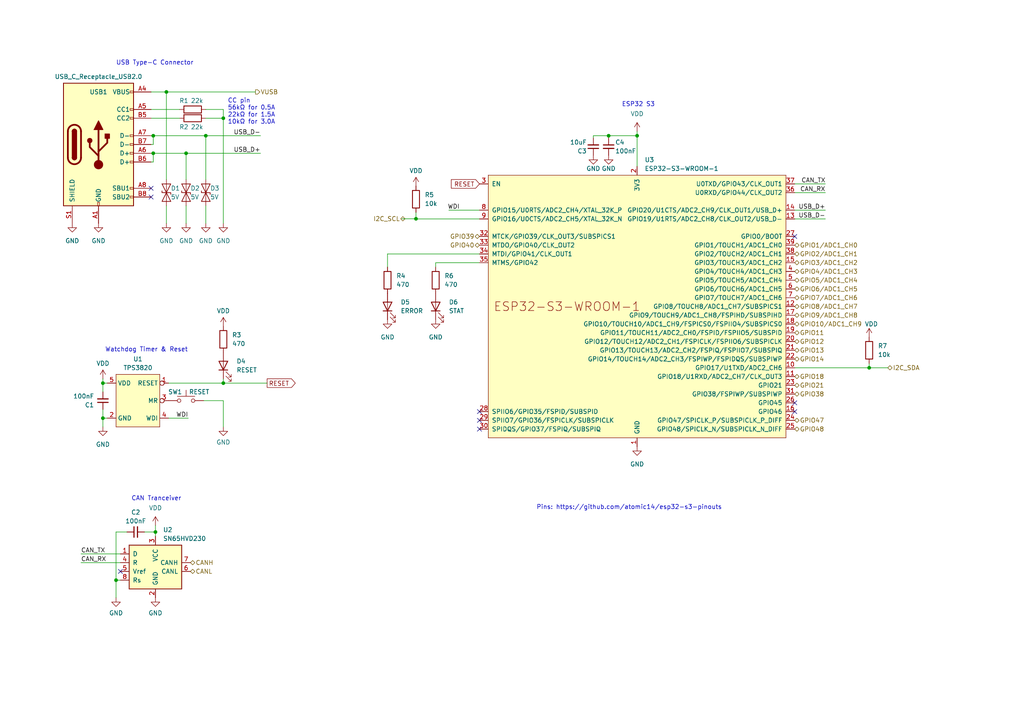
<source format=kicad_sch>
(kicad_sch (version 20231120) (generator "eeschema") (generator_version "8.0")
  (paper "A4")
  (lib_symbols
    (symbol "Connector:USB_C_Receptacle_USB2.0" (pin_names (offset 1.016))
      (property "Reference" "J" (at -10.16 19.05 0))
      (property "Value" "USB_C_Receptacle_USB2.0" (at 19.05 19.05 0))
      (symbol "USB_C_Receptacle_USB2.0_0_0"
        (rectangle (start -0.254 -17.78) (end 0.254 -16.764))
        (rectangle (start 10.16 -14.986) (end 9.144 -15.494))
        (rectangle (start 10.16 -12.446) (end 9.144 -12.954))
        (rectangle (start 10.16 -4.826) (end 9.144 -5.334))
        (rectangle (start 10.16 -2.286) (end 9.144 -2.794))
        (rectangle (start 10.16 0.254) (end 9.144 -0.254))
        (rectangle (start 10.16 2.794) (end 9.144 2.286))
        (rectangle (start 10.16 7.874) (end 9.144 7.366))
        (rectangle (start 10.16 10.414) (end 9.144 9.906))
        (rectangle (start 10.16 15.494) (end 9.144 14.986))
      )
      (symbol "USB_C_Receptacle_USB2.0_0_1"
        (rectangle (start -10.16 17.78) (end 10.16 -17.78) (stroke (width 0.254)) (fill (type background)))
        (arc (start -8.89 -3.81) (mid -6.985 -5.7067) (end -5.08 -3.81) (stroke (width 0.508)))
        (arc (start -7.62 -3.81) (mid -6.985 -4.4423) (end -6.35 -3.81) (stroke (width 0.254)))
        (arc (start -7.62 -3.81) (mid -6.985 -4.4423) (end -6.35 -3.81) (stroke (width 0.254)) (fill (type outline)))
        (rectangle (start -7.62 -3.81) (end -6.35 3.81) (stroke (width 0.254)) (fill (type outline)))
        (arc (start -6.35 3.81) (mid -6.985 4.4423) (end -7.62 3.81) (stroke (width 0.254)))
        (arc (start -6.35 3.81) (mid -6.985 4.4423) (end -7.62 3.81) (stroke (width 0.254)) (fill (type outline)))
        (arc (start -5.08 3.81) (mid -6.985 5.7067) (end -8.89 3.81) (stroke (width 0.508)))
        (circle (center -2.54 1.143) (radius 0.635) (stroke (width 0.254)) (fill (type outline)))
        (circle (center 0 -5.842) (radius 1.27) (fill (type outline)))
        (polyline (pts (xy -8.89 -3.81) (xy -8.89 3.81)) (stroke (width 0.508)))
        (polyline (pts (xy -5.08 3.81) (xy -5.08 -3.81)) (stroke (width 0.508)))
        (polyline (pts (xy 0 -5.842) (xy 0 4.318)) (stroke (width 0.508)))
        (polyline (pts (xy 0 -3.302) (xy -2.54 -0.762) (xy -2.54 0.508)) (stroke (width 0.508)))
        (polyline (pts (xy 0 -2.032) (xy 2.54 0.508) (xy 2.54 1.778)) (stroke (width 0.508)))
        (polyline (pts (xy -1.27 4.318) (xy 0 6.858) (xy 1.27 4.318) (xy -1.27 4.318)) (stroke (width 0.254)) (fill (type outline)))
        (rectangle (start 1.905 1.778) (end 3.175 3.048) (stroke (width 0.254)) (fill (type outline)))
      )
      (symbol "USB_C_Receptacle_USB2.0_1_1"
        (pin passive line (at 0 -22.86 90) (length 5.08) (name "GND") (number "A1"))
        (pin passive line (at 0 -22.86 90) (length 5.08) hide (name "GND") (number "A12"))
        (pin passive line (at 15.24 15.24 180) (length 5.08) (name "VBUS") (number "A4"))
        (pin bidirectional line (at 15.24 10.16 180) (length 5.08) (name "CC1") (number "A5"))
        (pin bidirectional line (at 15.24 -2.54 180) (length 5.08) (name "D+") (number "A6"))
        (pin bidirectional line (at 15.24 2.54 180) (length 5.08) (name "D-") (number "A7"))
        (pin bidirectional line (at 15.24 -12.7 180) (length 5.08) (name "SBU1") (number "A8"))
        (pin passive line (at 15.24 15.24 180) (length 5.08) hide (name "VBUS") (number "A9"))
        (pin passive line (at 0 -22.86 90) (length 5.08) hide (name "GND") (number "B1"))
        (pin passive line (at 0 -22.86 90) (length 5.08) hide (name "GND") (number "B12"))
        (pin passive line (at 15.24 15.24 180) (length 5.08) hide (name "VBUS") (number "B4"))
        (pin bidirectional line (at 15.24 7.62 180) (length 5.08) (name "CC2") (number "B5"))
        (pin bidirectional line (at 15.24 -5.08 180) (length 5.08) (name "D+") (number "B6"))
        (pin bidirectional line (at 15.24 0 180) (length 5.08) (name "D-") (number "B7"))
        (pin bidirectional line (at 15.24 -15.24 180) (length 5.08) (name "SBU2") (number "B8"))
        (pin passive line (at 15.24 15.24 180) (length 5.08) hide (name "VBUS") (number "B9"))
        (pin passive line (at -7.62 -22.86 90) (length 5.08) (name "SHIELD") (number "S1"))
      )
    )
    (symbol "Device:C_Small" (pin_numbers hide) (pin_names (offset 0.254) hide)
      (property "Reference" "C" (at 0.254 1.778 0))
      (property "Value" "C_Small" (at 0.254 -2.032 0))
      (symbol "C_Small_0_1"
        (polyline (pts (xy -1.524 -0.508) (xy 1.524 -0.508)) (stroke (width 0.3302)))
        (polyline (pts (xy -1.524 0.508) (xy 1.524 0.508)) (stroke (width 0.3048)))
      )
      (symbol "C_Small_1_1"
        (pin passive line (at 0 2.54 270) (length 2.032) (name "~") (number "1"))
        (pin passive line (at 0 -2.54 90) (length 2.032) (name "~") (number "2"))
      )
    )
    (symbol "Device:LED" (pin_numbers hide) (pin_names (offset 1.016) hide)
      (property "Reference" "D" (at 0 2.54 0))
      (property "Value" "LED" (at 0 -2.54 0))
      (symbol "LED_0_1"
        (polyline (pts (xy -1.27 -1.27) (xy -1.27 1.27)) (stroke (width 0.254)))
        (polyline (pts (xy -1.27 0) (xy 1.27 0)))
        (polyline (pts (xy 1.27 -1.27) (xy 1.27 1.27) (xy -1.27 0) (xy 1.27 -1.27)) (stroke (width 0.254)))
        (polyline (pts (xy -3.048 -0.762) (xy -4.572 -2.286) (xy -3.81 -2.286) (xy -4.572 -2.286) (xy -4.572 -1.524)))
        (polyline (pts (xy -1.778 -0.762) (xy -3.302 -2.286) (xy -2.54 -2.286) (xy -3.302 -2.286) (xy -3.302 -1.524)))
      )
      (symbol "LED_1_1"
        (pin passive line (at -3.81 0 0) (length 2.54) (name "K") (number "1"))
        (pin passive line (at 3.81 0 180) (length 2.54) (name "A") (number "2"))
      )
    )
    (symbol "Device:R" (pin_numbers hide) (pin_names (offset 0))
      (property "Reference" "R" (at 2.032 0 90))
      (property "Value" "R" (at 0 0 90))
      (symbol "R_0_1"
        (rectangle (start -1.016 -2.54) (end 1.016 2.54) (stroke (width 0.254)))
      )
      (symbol "R_1_1"
        (pin passive line (at 0 3.81 270) (length 1.27) (name "~") (number "1"))
        (pin passive line (at 0 -3.81 90) (length 1.27) (name "~") (number "2"))
      )
    )
    (symbol "Diode:ESD9B5.0ST5G" (pin_numbers hide) (pin_names (offset 1.016) hide)
      (property "Reference" "D" (at 0 2.54 0))
      (property "Value" "ESD9B5.0ST5G" (at 0 -2.54 0))
      (symbol "ESD9B5.0ST5G_0_1"
        (polyline (pts (xy 1.27 0) (xy -1.27 0)))
        (polyline (pts (xy -2.54 -1.27) (xy 0 0) (xy -2.54 1.27) (xy -2.54 -1.27)) (stroke (width 0.2032)))
        (polyline (pts (xy 0.508 1.27) (xy 0 1.27) (xy 0 -1.27) (xy -0.508 -1.27)) (stroke (width 0.2032)))
        (polyline (pts (xy 2.54 1.27) (xy 2.54 -1.27) (xy 0 0) (xy 2.54 1.27)) (stroke (width 0.2032)))
      )
      (symbol "ESD9B5.0ST5G_1_1"
        (pin passive line (at -3.81 0 0) (length 2.54) (name "A1") (number "1"))
        (pin passive line (at 3.81 0 180) (length 2.54) (name "A2") (number "2"))
      )
    )
    (symbol "Interface_CAN_LIN:SN65HVD230" (pin_names (offset 1.016))
      (property "Reference" "U" (at -2.54 10.16 0))
      (property "Value" "SN65HVD230" (at -2.54 7.62 0))
      (symbol "SN65HVD230_0_1"
        (rectangle (start -7.62 5.08) (end 7.62 -7.62) (stroke (width 0.254)) (fill (type background)))
      )
      (symbol "SN65HVD230_1_1"
        (pin input line (at -10.16 2.54 0) (length 2.54) (name "D") (number "1"))
        (pin power_in line (at 0 -10.16 90) (length 2.54) (name "GND") (number "2"))
        (pin power_in line (at 0 7.62 270) (length 2.54) (name "VCC") (number "3"))
        (pin output line (at -10.16 0 0) (length 2.54) (name "R") (number "4"))
        (pin output line (at -10.16 -2.54 0) (length 2.54) (name "Vref") (number "5"))
        (pin bidirectional line (at 10.16 -2.54 180) (length 2.54) (name "CANL") (number "6"))
        (pin bidirectional line (at 10.16 0 180) (length 2.54) (name "CANH") (number "7"))
        (pin input line (at -10.16 -5.08 0) (length 2.54) (name "Rs") (number "8"))
      )
    )
    (symbol "PCM_Espressif:ESP32-S3-WROOM-1" (pin_names (offset 1.016))
      (property "Reference" "U" (at -43.18 43.18 0))
      (property "Value" "ESP32-S3-WROOM-1" (at -43.18 40.64 0))
      (symbol "ESP32-S3-WROOM-1_0_0"
        (text "ESP32-S3-WROOM-1" (at -20.32 0 0) (effects (font (size 2.54 2.54))))
        (pin power_in line (at 0 -40.64 90) (length 2.54) (name "GND") (number "1"))
        (pin bidirectional line (at 45.72 -17.78 180) (length 2.54) (name "GPIO17/U1TXD/ADC2_CH6") (number "10"))
        (pin bidirectional line (at 45.72 -20.32 180) (length 2.54) (name "GPIO18/U1RXD/ADC2_CH7/CLK_OUT3") (number "11"))
        (pin bidirectional line (at 45.72 0 180) (length 2.54) (name "GPIO8/TOUCH8/ADC1_CH7/SUBSPICS1") (number "12"))
        (pin bidirectional line (at 45.72 25.4 180) (length 2.54) (name "GPIO19/U1RTS/ADC2_CH8/CLK_OUT2/USB_D-") (number "13"))
        (pin bidirectional line (at 45.72 27.94 180) (length 2.54) (name "GPIO20/U1CTS/ADC2_CH9/CLK_OUT1/USB_D+") (number "14"))
        (pin bidirectional line (at 45.72 12.7 180) (length 2.54) (name "GPIO3/TOUCH3/ADC1_CH2") (number "15"))
        (pin bidirectional line (at 45.72 -30.48 180) (length 2.54) (name "GPIO46") (number "16"))
        (pin bidirectional line (at 45.72 -2.54 180) (length 2.54) (name "GPIO9/TOUCH9/ADC1_CH8/FSPIHD/SUBSPIHD") (number "17"))
        (pin bidirectional line (at 45.72 -5.08 180) (length 2.54) (name "GPIO10/TOUCH10/ADC1_CH9/FSPICS0/FSPIIO4/SUBSPICS0") (number "18"))
        (pin bidirectional line (at 45.72 -7.62 180) (length 2.54) (name "GPIO11/TOUCH11/ADC2_CH0/FSPID/FSPIIO5/SUBSPID") (number "19"))
        (pin power_in line (at 0 40.64 270) (length 2.54) (name "3V3") (number "2"))
        (pin bidirectional line (at 45.72 -10.16 180) (length 2.54) (name "GPIO12/TOUCH12/ADC2_CH1/FSPICLK/FSPIIO6/SUBSPICLK") (number "20"))
        (pin bidirectional line (at 45.72 -12.7 180) (length 2.54) (name "GPIO13/TOUCH13/ADC2_CH2/FSPIQ/FSPIIO7/SUBSPIQ") (number "21"))
        (pin bidirectional line (at 45.72 -15.24 180) (length 2.54) (name "GPIO14/TOUCH14/ADC2_CH3/FSPIWP/FSPIDQS/SUBSPIWP") (number "22"))
        (pin bidirectional line (at 45.72 -22.86 180) (length 2.54) (name "GPIO21") (number "23"))
        (pin bidirectional line (at 45.72 -33.02 180) (length 2.54) (name "GPIO47/SPICLK_P/SUBSPICLK_P_DIFF") (number "24"))
        (pin bidirectional line (at 45.72 -35.56 180) (length 2.54) (name "GPIO48/SPICLK_N/SUBSPICLK_N_DIFF") (number "25"))
        (pin bidirectional line (at 45.72 -27.94 180) (length 2.54) (name "GPIO45") (number "26"))
        (pin bidirectional line (at 45.72 20.32 180) (length 2.54) (name "GPIO0/BOOT") (number "27"))
        (pin bidirectional line (at -45.72 -30.48 0) (length 2.54) (name "SPIIO6/GPIO35/FSPID/SUBSPID") (number "28"))
        (pin bidirectional line (at -45.72 -33.02 0) (length 2.54) (name "SPIIO7/GPIO36/FSPICLK/SUBSPICLK") (number "29"))
        (pin input line (at -45.72 35.56 0) (length 2.54) (name "EN") (number "3"))
        (pin bidirectional line (at -45.72 -35.56 0) (length 2.54) (name "SPIDQS/GPIO37/FSPIQ/SUBSPIQ") (number "30"))
        (pin bidirectional line (at 45.72 -25.4 180) (length 2.54) (name "GPIO38/FSPIWP/SUBSPIWP") (number "31"))
        (pin bidirectional line (at -45.72 20.32 0) (length 2.54) (name "MTCK/GPIO39/CLK_OUT3/SUBSPICS1") (number "32"))
        (pin bidirectional line (at -45.72 17.78 0) (length 2.54) (name "MTDO/GPIO40/CLK_OUT2") (number "33"))
        (pin bidirectional line (at -45.72 15.24 0) (length 2.54) (name "MTDI/GPIO41/CLK_OUT1") (number "34"))
        (pin bidirectional line (at -45.72 12.7 0) (length 2.54) (name "MTMS/GPIO42") (number "35"))
        (pin bidirectional line (at 45.72 33.02 180) (length 2.54) (name "U0RXD/GPIO44/CLK_OUT2") (number "36"))
        (pin bidirectional line (at 45.72 35.56 180) (length 2.54) (name "U0TXD/GPIO43/CLK_OUT1") (number "37"))
        (pin bidirectional line (at 45.72 15.24 180) (length 2.54) (name "GPIO2/TOUCH2/ADC1_CH1") (number "38"))
        (pin bidirectional line (at 45.72 17.78 180) (length 2.54) (name "GPIO1/TOUCH1/ADC1_CH0") (number "39"))
        (pin bidirectional line (at 45.72 10.16 180) (length 2.54) (name "GPIO4/TOUCH4/ADC1_CH3") (number "4"))
        (pin passive line (at 0 -40.64 90) (length 2.54) hide (name "GND") (number "40"))
        (pin passive line (at 0 -40.64 90) (length 2.54) hide (name "GND") (number "41"))
        (pin bidirectional line (at 45.72 7.62 180) (length 2.54) (name "GPIO5/TOUCH5/ADC1_CH4") (number "5"))
        (pin bidirectional line (at 45.72 5.08 180) (length 2.54) (name "GPIO6/TOUCH6/ADC1_CH5") (number "6"))
        (pin bidirectional line (at 45.72 2.54 180) (length 2.54) (name "GPIO7/TOUCH7/ADC1_CH6") (number "7"))
        (pin bidirectional line (at -45.72 27.94 0) (length 2.54) (name "GPIO15/U0RTS/ADC2_CH4/XTAL_32K_P") (number "8"))
        (pin bidirectional line (at -45.72 25.4 0) (length 2.54) (name "GPIO16/U0CTS/ADC2_CH5/XTAL_32K_N") (number "9"))
      )
      (symbol "ESP32-S3-WROOM-1_0_1"
        (rectangle (start -43.18 38.1) (end 43.18 -38.1) (fill (type background)))
      )
    )
    (symbol "Switch:SW_Push" (pin_numbers hide) (pin_names (offset 1.016) hide)
      (property "Reference" "SW" (at 1.27 2.54 0))
      (property "Value" "SW_Push" (at 0 -1.524 0))
      (symbol "SW_Push_0_1"
        (circle (center -2.032 0) (radius 0.508))
        (polyline (pts (xy 0 1.27) (xy 0 3.048)))
        (polyline (pts (xy 2.54 1.27) (xy -2.54 1.27)))
        (circle (center 2.032 0) (radius 0.508))
        (pin passive line (at -5.08 0 0) (length 2.54) (name "1") (number "1"))
        (pin passive line (at 5.08 0 180) (length 2.54) (name "2") (number "2"))
      )
    )
    (symbol "WOBCLibrary:TPS3820"
      (property "Reference" "U" (at 0 0 0))
      (property "Value" "TPS3820" (at 0 8.89 0))
      (symbol "TPS3820_1_1"
        (rectangle (start -6.35 7.62) (end 6.35 -7.62) (fill (type background)))
        (pin output inverted (at 8.89 5.08 180) (length 2.54) (name "RESET") (number "1"))
        (pin power_in line (at -8.89 -5.08 0) (length 2.54) (name "GND") (number "2"))
        (pin input inverted (at 8.89 0 180) (length 2.54) (name "MR") (number "3"))
        (pin input line (at 8.89 -5.08 180) (length 2.54) (name "WDI") (number "4"))
        (pin power_in line (at -8.89 5.08 0) (length 2.54) (name "VDD") (number "5"))
      )
    )
    (symbol "power:GND" (power) (pin_names (offset 0))
      (property "Value" "GND" (at 0 -3.81 0))
      (symbol "GND_0_1"
        (polyline (pts (xy 0 0) (xy 0 -1.27) (xy 1.27 -1.27) (xy 0 -2.54) (xy -1.27 -1.27) (xy 0 -1.27)))
      )
      (symbol "GND_1_1"
        (pin power_in line (at 0 0 270) (length 0) hide (name "GND") (number "1"))
      )
    )
    (symbol "power:VDD" (power) (pin_names (offset 0))
      (property "Value" "VDD" (at 0 3.81 0))
      (symbol "VDD_0_1"
        (polyline (pts (xy -0.762 1.27) (xy 0 2.54)))
        (polyline (pts (xy 0 0) (xy 0 2.54)))
        (polyline (pts (xy 0 2.54) (xy 0.762 1.27)))
      )
      (symbol "VDD_1_1"
        (pin power_in line (at 0 0 90) (length 0) hide (name "VDD") (number "1"))
      )
    )
  )
  (junction (at 45.085 154.305))
  (junction (at 176.53 39.37))
  (junction (at 59.69 39.37))
  (junction (at 44.45 44.45))
  (junction (at 29.845 111.125))
  (junction (at 53.975 44.45))
  (junction (at 29.845 121.285))
  (junction (at 252.095 106.675))
  (junction (at 120.65 63.4598))
  (junction (at 44.45 39.37))
  (junction (at 48.26 26.67))
  (junction (at 64.77 111.125))
  (junction (at 64.77 34.29))
  (junction (at 184.785 39.37))
  (junction (at 33.655 168.275))
  (no_connect (at 230.505 68.58))
  (no_connect (at 230.505 116.84))
  (no_connect (at 34.925 165.735))
  (no_connect (at 139.065 121.92))
  (no_connect (at 139.065 124.46))
  (no_connect (at 43.815 57.15))
  (no_connect (at 230.505 119.38))
  (no_connect (at 139.065 119.38))
  (no_connect (at 43.815 54.61))
  (wire (pts (xy 44.45 39.37) (xy 59.69 39.37)))
  (wire (pts (xy 112.395 73.66) (xy 112.395 77.47)))
  (wire (pts (xy 48.26 26.67) (xy 74.0972 26.67)))
  (wire (pts (xy 29.845 123.825) (xy 29.845 121.285)))
  (wire (pts (xy 23.495 163.195) (xy 34.925 163.195)))
  (wire (pts (xy 53.975 64.77) (xy 53.975 59.69)))
  (wire (pts (xy 43.815 39.37) (xy 44.45 39.37)))
  (wire (pts (xy 23.495 160.655) (xy 34.925 160.655)))
  (wire (pts (xy 33.655 168.275) (xy 34.925 168.275)))
  (wire (pts (xy 53.975 44.45) (xy 53.975 52.07)))
  (wire (pts (xy 43.815 46.99) (xy 44.45 46.99)))
  (wire (pts (xy 59.69 64.77) (xy 59.69 59.69)))
  (wire (pts (xy 112.395 73.66) (xy 139.065 73.66)))
  (wire (pts (xy 252.095 106.68) (xy 230.505 106.68)))
  (wire (pts (xy 29.845 111.125) (xy 31.115 111.125)))
  (wire (pts (xy 41.91 154.305) (xy 45.085 154.305)))
  (wire (pts (xy 48.26 26.67) (xy 43.815 26.67)))
  (wire (pts (xy 44.45 41.91) (xy 44.45 39.37)))
  (wire (pts (xy 59.69 31.75) (xy 64.77 31.75)))
  (wire (pts (xy 75.565 44.45) (xy 53.975 44.45)))
  (wire (pts (xy 239.395 60.96) (xy 230.505 60.96)))
  (wire (pts (xy 59.055 116.205) (xy 64.77 116.205)))
  (wire (pts (xy 44.45 46.99) (xy 44.45 44.45)))
  (wire (pts (xy 126.365 77.47) (xy 126.365 76.2)))
  (wire (pts (xy 230.505 53.34) (xy 239.395 53.34)))
  (wire (pts (xy 52.07 31.75) (xy 43.815 31.75)))
  (wire (pts (xy 43.815 41.91) (xy 44.45 41.91)))
  (wire (pts (xy 64.77 111.125) (xy 48.895 111.125)))
  (wire (pts (xy 64.77 31.75) (xy 64.77 34.29)))
  (wire (pts (xy 33.655 168.275) (xy 33.655 154.305)))
  (wire (pts (xy 29.845 118.745) (xy 29.845 121.285)))
  (wire (pts (xy 45.085 154.305) (xy 45.085 155.575)))
  (wire (pts (xy 252.095 105.41) (xy 252.095 106.675)))
  (wire (pts (xy 252.095 106.675) (xy 252.095 106.68)))
  (wire (pts (xy 77.47 111.125) (xy 64.77 111.125)))
  (wire (pts (xy 59.69 34.29) (xy 64.77 34.29)))
  (wire (pts (xy 54.61 121.285) (xy 48.895 121.285)))
  (wire (pts (xy 45.085 152.4) (xy 45.085 154.305)))
  (wire (pts (xy 29.845 121.285) (xy 31.115 121.285)))
  (wire (pts (xy 239.395 55.88) (xy 230.505 55.88)))
  (wire (pts (xy 64.77 116.205) (xy 64.77 123.825)))
  (wire (pts (xy 239.395 63.5) (xy 230.505 63.5)))
  (wire (pts (xy 64.77 109.855) (xy 64.77 111.125)))
  (wire (pts (xy 120.65 63.4598) (xy 120.65 63.5)))
  (wire (pts (xy 126.365 76.2) (xy 139.065 76.2)))
  (wire (pts (xy 130.175 60.96) (xy 139.065 60.96)))
  (wire (pts (xy 59.69 39.37) (xy 75.565 39.37)))
  (wire (pts (xy 120.65 63.5) (xy 139.065 63.5)))
  (wire (pts (xy 48.26 64.77) (xy 48.26 59.69)))
  (wire (pts (xy 59.69 39.37) (xy 59.69 52.07)))
  (wire (pts (xy 184.785 38.1) (xy 184.785 39.37)))
  (wire (pts (xy 53.975 44.45) (xy 44.45 44.45)))
  (wire (pts (xy 184.785 39.37) (xy 184.785 48.26)))
  (wire (pts (xy 29.845 111.125) (xy 29.845 113.665)))
  (wire (pts (xy 257.4891 106.675) (xy 252.095 106.675)))
  (wire (pts (xy 33.655 173.355) (xy 33.655 168.275)))
  (wire (pts (xy 184.785 39.37) (xy 176.53 39.37)))
  (wire (pts (xy 120.65 61.595) (xy 120.65 63.4598)))
  (wire (pts (xy 64.77 34.29) (xy 64.77 64.77)))
  (wire (pts (xy 29.845 109.855) (xy 29.845 111.125)))
  (wire (pts (xy 33.655 154.305) (xy 36.83 154.305)))
  (wire (pts (xy 172.085 40.005) (xy 172.085 39.37)))
  (wire (pts (xy 172.085 39.37) (xy 176.53 39.37)))
  (wire (pts (xy 176.53 39.37) (xy 176.53 40.005)))
  (wire (pts (xy 48.26 26.67) (xy 48.26 52.07)))
  (wire (pts (xy 116.5652 63.4598) (xy 120.65 63.4598)))
  (wire (pts (xy 44.45 44.45) (xy 43.815 44.45)))
  (wire (pts (xy 52.07 34.29) (xy 43.815 34.29)))
  (text "ESP32 S3" (at 180.34 31.115 0) (effects (font (size 1.27 1.27)) (justify left bottom)))
  (text "Watchdog Timer & Reset" (at 30.48 102.235 0) (effects (font (size 1.27 1.27)) (justify left bottom)))
  (text "CAN Tranceiver" (at 38.1 145.415 0) (effects (font (size 1.27 1.27)) (justify left bottom)))
  (text "Pins: https://github.com/atomic14/esp32-s3-pinouts" (at 155.575 147.955 0) (effects (font (size 1.27 1.27)) (justify left bottom)))
  (text "USB Type-C Connector" (at 33.655 19.05 0) (effects (font (size 1.27 1.27)) (justify left bottom)))
  (text "CC pin\n56kΩ for 0.5A\n22kΩ for 1.5A\n10kΩ for 3.0A" (at 66.04 36.195 0) (effects (font (size 1.27 1.27)) (justify left bottom)))
  (label "CAN_TX" (at 23.495 160.655 0))
  (label "USB_D-" (at 75.565 39.37 180))
  (label "CAN_TX" (at 232.41 53.34 0))
  (label "CAN_RX" (at 239.395 55.88 180))
  (label "USB_D+" (at 75.565 44.45 180))
  (label "WDI" (at 54.61 121.285 180))
  (label "USB_D-" (at 239.395 63.5 180))
  (label "USB_D+" (at 239.395 60.96 180))
  (label "CAN_RX" (at 23.495 163.195 0))
  (label "WDI" (at 133.35 60.96 180))
  (global_label "RESET" (shape output) (at 77.47 111.125 0) (property "Intersheetrefs" "${INTERSHEET_REFS}" (effects (hide yes))))
  (global_label "RESET" (shape input) (at 139.065 53.34 180) (property "Intersheetrefs" "${INTERSHEET_REFS}" (effects (hide yes))))
  (hierarchical_label "GPIO48" (shape bidirectional) (at 230.505 124.46 0))
  (hierarchical_label "GPIO18" (shape bidirectional) (at 230.505 109.22 0))
  (hierarchical_label "GPIO40" (shape bidirectional) (at 139.065 71.12 180))
  (hierarchical_label "GPIO13" (shape bidirectional) (at 230.505 101.6 0))
  (hierarchical_label "GPIO21" (shape bidirectional) (at 230.505 111.76 0))
  (hierarchical_label "GPIO12" (shape bidirectional) (at 230.505 99.06 0))
  (hierarchical_label "I2C_SDA" (shape bidirectional) (at 257.4891 106.675 0))
  (hierarchical_label "GPIO3{slash}ADC1_CH2" (shape bidirectional) (at 230.505 76.2 0))
  (hierarchical_label "GPIO8{slash}ADC1_CH7" (shape bidirectional) (at 230.505 88.9 0))
  (hierarchical_label "GPIO9{slash}ADC1_CH8" (shape bidirectional) (at 230.505 91.44 0))
  (hierarchical_label "GPIO2{slash}ADC1_CH1" (shape bidirectional) (at 230.505 73.66 0))
  (hierarchical_label "GPIO47" (shape bidirectional) (at 230.505 121.92 0))
  (hierarchical_label "CANL" (shape bidirectional) (at 55.245 165.735 0))
  (hierarchical_label "GPIO5{slash}ADC1_CH4" (shape bidirectional) (at 230.505 81.28 0))
  (hierarchical_label "CANH" (shape bidirectional) (at 55.245 163.195 0))
  (hierarchical_label "GPIO14" (shape bidirectional) (at 230.505 104.14 0))
  (hierarchical_label "GPIO4{slash}ADC1_CH3" (shape bidirectional) (at 230.505 78.74 0))
  (hierarchical_label "GPIO38" (shape bidirectional) (at 230.505 114.3 0))
  (hierarchical_label "I2C_SCL" (shape bidirectional) (at 117.475 63.4598 180))
  (hierarchical_label "GPIO1{slash}ADC1_CH0" (shape bidirectional) (at 230.505 71.12 0))
  (hierarchical_label "GPIO6{slash}ADC1_CH5" (shape bidirectional) (at 230.505 83.82 0))
  (hierarchical_label "GPIO10{slash}ADC1_CH9" (shape bidirectional) (at 230.505 93.98 0))
  (hierarchical_label "VUSB" (shape output) (at 74.0972 26.67 0))
  (hierarchical_label "GPIO39" (shape bidirectional) (at 139.065 68.58 180))
  (hierarchical_label "GPIO7{slash}ADC1_CH6" (shape bidirectional) (at 230.505 86.36 0))
  (hierarchical_label "GPIO11" (shape bidirectional) (at 230.505 96.52 0))
  (symbol (lib_id "power:GND") (at 29.845 123.825 0) (unit 1)
    (property "Reference" "#PWR04" (effects (hide yes)))
    (property "Value" "GND" (at 29.845 128.905 0))
  )
  (symbol (lib_id "power:VDD") (at 45.085 152.4 0) (unit 1)
    (property "Reference" "#PWR06" (effects (hide yes)))
    (property "Value" "VDD" (at 45.085 147.32 0))
  )
  (symbol (lib_id "power:VDD") (at 64.77 94.615 0) (unit 1)
    (property "Reference" "#PWR012" (effects (hide yes)))
    (property "Value" "VDD" (at 64.77 90.17 0))
  )
  (symbol (lib_id "PCM_Espressif:ESP32-S3-WROOM-1") (at 184.785 88.9 0) (unit 1)
    (property "Reference" "U3" (at 186.9791 46.355 0) (effects (justify left)))
    (property "Value" "ESP32-S3-WROOM-1" (at 186.9791 48.895 0) (effects (justify left)))
    (property "Footprint" "RF_Module:ESP32-S3-WROOM-1" (effects (hide yes)))
    (property "Datasheet" "https://www.espressif.com/sites/default/files/documentation/esp32-s3-wroom-1_wroom-1u_datasheet_en.pdf" (effects (hide yes)))
  )
  (symbol (lib_id "power:GND") (at 176.53 45.085 0) (unit 1)
    (property "Reference" "#PWR018" (effects (hide yes)))
    (property "Value" "GND" (at 176.53 48.895 0))
  )
  (symbol (lib_id "power:GND") (at 184.785 129.54 0) (unit 1)
    (property "Reference" "#PWR020" (effects (hide yes)))
    (property "Value" "GND" (at 184.785 134.62 0))
  )
  (symbol (lib_id "power:GND") (at 33.655 173.355 0) (unit 1)
    (property "Reference" "#PWR05" (effects (hide yes)))
    (property "Value" "GND" (at 33.655 177.8 0))
  )
  (symbol (lib_id "Device:R") (at 55.88 31.75 90) (unit 1)
    (property "Reference" "R1" (at 53.34 29.21 90))
    (property "Value" "22k" (at 57.15 29.21 90))
    (property "Footprint" "Resistor_SMD:R_0402_1005Metric" (effects (hide yes)))
    (property "LCSC" "C25768" (effects (hide yes)))
  )
  (symbol (lib_id "Device:R") (at 126.365 81.28 0) (unit 1)
    (property "Reference" "R6" (at 128.905 80.01 0) (effects (justify left)))
    (property "Value" "470" (at 128.905 82.55 0) (effects (justify left)))
    (property "Footprint" "Resistor_SMD:R_0402_1005Metric" (effects (hide yes)))
    (property "LCSC" "C25117" (effects (hide yes)))
  )
  (symbol (lib_id "Device:C_Small") (at 172.085 42.545 180) (unit 1)
    (property "Reference" "C3" (at 170.18 43.815 0) (effects (justify left)))
    (property "Value" "10uF" (at 170.18 41.275 0) (effects (justify left)))
    (property "Footprint" "Capacitor_SMD:C_0603_1608Metric" (effects (hide yes)))
    (property "LCSC" "C96446" (effects (hide yes)))
  )
  (symbol (lib_id "power:VDD") (at 184.785 38.1 0) (unit 1)
    (property "Reference" "#PWR019" (effects (hide yes)))
    (property "Value" "VDD" (at 184.785 33.02 0))
  )
  (symbol (lib_id "power:VDD") (at 252.095 97.79 0) (unit 1)
    (property "Reference" "#PWR021" (effects (hide yes)))
    (property "Value" "VDD" (at 252.73 93.98 0))
  )
  (symbol (lib_id "Device:R") (at 112.395 81.28 0) (unit 1)
    (property "Reference" "R4" (at 114.935 80.01 0) (effects (justify left)))
    (property "Value" "470" (at 114.935 82.55 0) (effects (justify left)))
    (property "Footprint" "Resistor_SMD:R_0402_1005Metric" (effects (hide yes)))
    (property "LCSC" "C25117" (effects (hide yes)))
  )
  (symbol (lib_id "power:GND") (at 64.77 123.825 0) (unit 1)
    (property "Reference" "#PWR013" (effects (hide yes)))
    (property "Value" "GND" (at 64.77 128.27 0))
  )
  (symbol (lib_id "WOBCLibrary:TPS3820") (at 40.005 116.205 0) (unit 1)
    (property "Reference" "U1" (at 40.005 104.14 0))
    (property "Value" "TPS3820" (at 40.005 106.68 0))
    (property "Footprint" "Package_TO_SOT_SMD:SOT-23-5" (effects (hide yes)))
    (property "LCSC" " C7719" (effects (hide yes)))
  )
  (symbol (lib_id "Device:C_Small") (at 176.53 42.545 0) (unit 1)
    (property "Reference" "C4" (at 178.435 41.275 0) (effects (justify left)))
    (property "Value" "100nF" (at 178.435 43.815 0) (effects (justify left)))
    (property "Footprint" "Capacitor_SMD:C_0402_1005Metric" (effects (hide yes)))
    (property "LCSC" "C1525" (effects (hide yes)))
  )
  (symbol (lib_id "power:GND") (at 59.69 64.77 0) (unit 1)
    (property "Reference" "#PWR010" (effects (hide yes)))
    (property "Value" "GND" (at 59.69 69.85 0))
  )
  (symbol (lib_id "Device:LED") (at 112.395 88.9 90) (unit 1)
    (property "Reference" "D5" (at 116.205 87.63 90) (effects (justify right)))
    (property "Value" "ERROR" (at 116.205 90.17 90) (effects (justify right)))
    (property "Footprint" "LED_SMD:LED_0805_2012Metric" (effects (hide yes)))
    (property "LCSC" " C84256" (effects (hide yes)))
  )
  (symbol (lib_id "Device:R") (at 252.095 101.6 0) (unit 1)
    (property "Reference" "R7" (at 254.635 100.33 0) (effects (justify left)))
    (property "Value" "10k" (at 254.635 102.87 0) (effects (justify left)))
    (property "Footprint" "Resistor_SMD:R_0402_1005Metric" (effects (hide yes)))
    (property "LCSC" "C25744" (effects (hide yes)))
  )
  (symbol (lib_id "power:GND") (at 53.975 64.77 0) (unit 1)
    (property "Reference" "#PWR09" (effects (hide yes)))
    (property "Value" "GND" (at 53.975 69.85 0))
  )
  (symbol (lib_id "Device:R") (at 64.77 98.425 0) (unit 1)
    (property "Reference" "R3" (at 67.31 97.155 0) (effects (justify left)))
    (property "Value" "470" (at 67.31 99.695 0) (effects (justify left)))
    (property "Footprint" "Resistor_SMD:R_0402_1005Metric" (effects (hide yes)))
    (property "LCSC" "C25117" (effects (hide yes)))
  )
  (symbol (lib_id "power:GND") (at 172.085 45.085 0) (unit 1)
    (property "Reference" "#PWR017" (effects (hide yes)))
    (property "Value" "GND" (at 172.085 48.895 0))
  )
  (symbol (lib_id "power:GND") (at 48.26 64.77 0) (unit 1)
    (property "Reference" "#PWR08" (effects (hide yes)))
    (property "Value" "GND" (at 48.26 69.85 0))
  )
  (symbol (lib_id "Device:R") (at 120.65 57.785 0) (unit 1)
    (property "Reference" "R5" (at 123.19 56.515 0) (effects (justify left)))
    (property "Value" "10k" (at 123.19 59.055 0) (effects (justify left)))
    (property "Footprint" "Resistor_SMD:R_0402_1005Metric" (effects (hide yes)))
    (property "LCSC" "C25744" (effects (hide yes)))
  )
  (symbol (lib_id "power:GND") (at 126.365 92.71 0) (unit 1)
    (property "Reference" "#PWR016" (effects (hide yes)))
    (property "Value" "GND" (at 126.365 97.79 0))
  )
  (symbol (lib_id "power:GND") (at 28.575 64.77 0) (unit 1)
    (property "Reference" "#PWR02" (effects (hide yes)))
    (property "Value" "GND" (at 28.575 69.85 0))
  )
  (symbol (lib_id "power:GND") (at 20.955 64.77 0) (unit 1)
    (property "Reference" "#PWR01" (effects (hide yes)))
    (property "Value" "GND" (at 20.955 69.85 0))
  )
  (symbol (lib_id "Device:R") (at 55.88 34.29 90) (unit 1)
    (property "Reference" "R2" (at 53.34 36.83 90))
    (property "Value" "22k" (at 57.15 36.83 90))
    (property "Footprint" "Resistor_SMD:R_0402_1005Metric" (effects (hide yes)))
    (property "LCSC" "C25768" (effects (hide yes)))
  )
  (symbol (lib_id "Diode:ESD9B5.0ST5G") (at 53.975 55.88 90) (unit 1)
    (property "Reference" "D2" (at 55.245 54.61 90) (effects (justify right)))
    (property "Value" "5V" (at 55.245 57.15 90) (effects (justify right)))
    (property "Footprint" "Diode_SMD:D_SOD-882" (effects (hide yes)))
    (property "Datasheet" "https://www.onsemi.com/pub/Collateral/ESD9B-D.PDF" (effects (hide yes)))
    (property "LCSC" "C7420372" (effects (hide yes)))
  )
  (symbol (lib_id "Device:C_Small") (at 29.845 116.205 180) (unit 1)
    (property "Reference" "C1" (at 27.305 117.4687 0) (effects (justify left)))
    (property "Value" "100nF" (at 27.305 114.9287 0) (effects (justify left)))
    (property "Footprint" "Capacitor_SMD:C_0402_1005Metric" (effects (hide yes)))
    (property "LCSC" "C1525" (effects (hide yes)))
  )
  (symbol (lib_id "Switch:SW_Push") (at 53.975 116.205 0) (unit 1)
    (property "Reference" "SW1" (at 50.8 113.665 0))
    (property "Value" "RESET" (at 57.785 113.665 0))
    (property "Footprint" "WOBCLibrary:TVAF06-A020B-R" (effects (hide yes)))
  )
  (symbol (lib_id "Interface_CAN_LIN:SN65HVD230") (at 45.085 163.195 0) (unit 1)
    (property "Reference" "U2" (at 47.2791 153.67 0) (effects (justify left)))
    (property "Value" "SN65HVD230" (at 47.2791 156.21 0) (effects (justify left)))
    (property "Footprint" "Package_SO:SOIC-8_3.9x4.9mm_P1.27mm" (effects (hide yes)))
    (property "Datasheet" "http://www.ti.com/lit/ds/symlink/sn65hvd230.pdf" (effects (hide yes)))
    (property "LCSC" "C12084" (effects (hide yes)))
  )
  (symbol (lib_id "Device:LED") (at 126.365 88.9 90) (unit 1)
    (property "Reference" "D6" (at 130.175 87.63 90) (effects (justify right)))
    (property "Value" "STAT" (at 130.175 90.17 90) (effects (justify right)))
    (property "Footprint" "LED_SMD:LED_0805_2012Metric" (effects (hide yes)))
    (property "LCSC" "C2297" (effects (hide yes)))
  )
  (symbol (lib_id "Connector:USB_C_Receptacle_USB2.0") (at 28.575 41.91 0) (unit 1)
    (property "Reference" "USB1" (at 28.575 26.67 0))
    (property "Value" "USB_C_Receptacle_USB2.0" (at 28.575 22.225 0))
    (property "Footprint" "Connector_USB:USB_C_Receptacle_XKB_U262-16XN-4BVC11" (effects (hide yes)))
    (property "Datasheet" "https://www.usb.org/sites/default/files/documents/usb_type-c.zip" (effects (hide yes)))
  )
  (symbol (lib_id "Diode:ESD9B5.0ST5G") (at 48.26 55.88 90) (unit 1)
    (property "Reference" "D1" (at 49.53 54.61 90) (effects (justify right)))
    (property "Value" "5V" (at 49.53 57.15 90) (effects (justify right)))
    (property "Footprint" "Diode_SMD:D_SOD-882" (effects (hide yes)))
    (property "Datasheet" "https://www.onsemi.com/pub/Collateral/ESD9B-D.PDF" (effects (hide yes)))
    (property "LCSC" "C7420372" (effects (hide yes)))
  )
  (symbol (lib_id "power:GND") (at 45.085 173.355 0) (unit 1)
    (property "Reference" "#PWR07" (effects (hide yes)))
    (property "Value" "GND" (at 45.085 177.8 0))
  )
  (symbol (lib_id "power:VDD") (at 29.845 109.855 0) (unit 1)
    (property "Reference" "#PWR03" (effects (hide yes)))
    (property "Value" "VDD" (at 29.845 105.41 0))
  )
  (symbol (lib_id "Diode:ESD9B5.0ST5G") (at 59.69 55.88 90) (unit 1)
    (property "Reference" "D3" (at 60.96 54.61 90) (effects (justify right)))
    (property "Value" "5V" (at 60.96 57.15 90) (effects (justify right)))
    (property "Footprint" "Diode_SMD:D_SOD-882" (effects (hide yes)))
    (property "Datasheet" "https://www.onsemi.com/pub/Collateral/ESD9B-D.PDF" (effects (hide yes)))
    (property "LCSC" "C7420372" (effects (hide yes)))
  )
  (symbol (lib_id "Device:LED") (at 64.77 106.045 90) (unit 1)
    (property "Reference" "D4" (at 68.58 104.775 90) (effects (justify right)))
    (property "Value" "RESET" (at 68.58 107.315 90) (effects (justify right)))
    (property "Footprint" "LED_SMD:LED_0805_2012Metric" (effects (hide yes)))
    (property "LCSC" "C2296" (effects (hide yes)))
  )
  (symbol (lib_id "power:GND") (at 112.395 92.71 0) (unit 1)
    (property "Reference" "#PWR014" (effects (hide yes)))
    (property "Value" "GND" (at 112.395 97.79 0))
  )
  (symbol (lib_id "power:GND") (at 64.77 64.77 0) (unit 1)
    (property "Reference" "#PWR011" (effects (hide yes)))
    (property "Value" "GND" (at 64.77 69.85 0))
  )
  (symbol (lib_id "Device:C_Small") (at 39.37 154.305 90) (unit 1)
    (property "Reference" "C2" (at 39.37 148.59 90))
    (property "Value" "100nF" (at 39.37 151.13 90))
    (property "Footprint" "Capacitor_SMD:C_0402_1005Metric" (effects (hide yes)))
    (property "LCSC" "C1525" (effects (hide yes)))
  )
  (symbol (lib_id "power:VDD") (at 120.65 53.975 0) (unit 1)
    (property "Reference" "#PWR015" (effects (hide yes)))
    (property "Value" "VDD" (at 120.65 49.53 0))
  )
)
</source>
